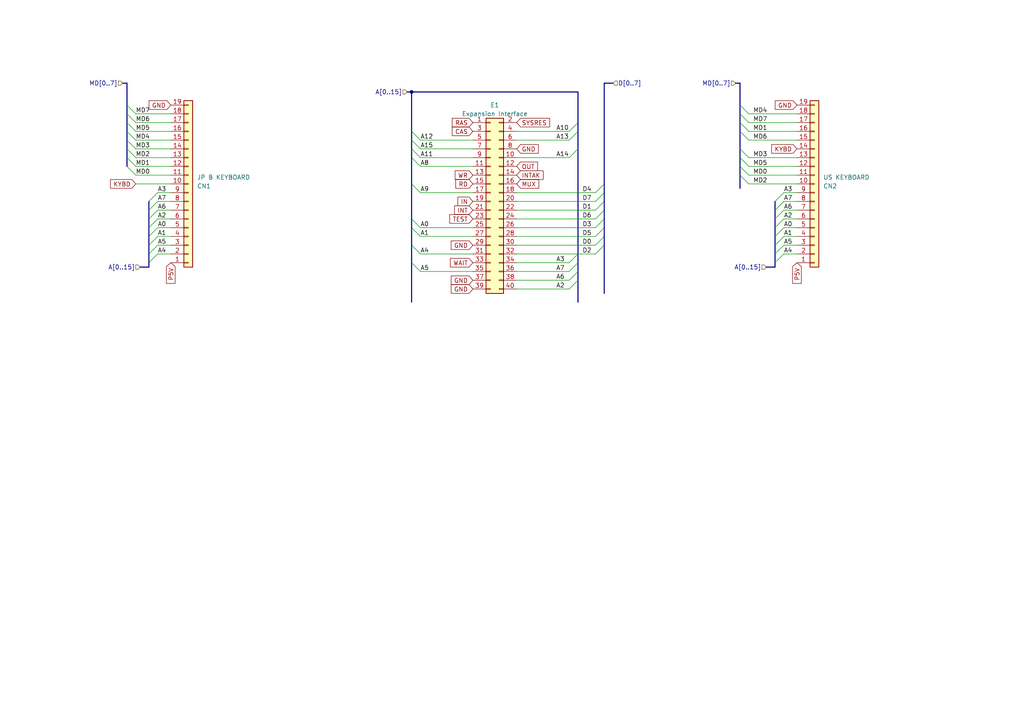
<source format=kicad_sch>
(kicad_sch (version 20221004) (generator eeschema)
  (paper "A4")
  (lib_symbols
    (symbol "Connector_Generic:Conn_01x19" (pin_names (offset 1.016) hide)
      (property "Reference" "J" (at 0 25.4 0))
      (property "Value" "Conn_01x19" (at 0 -25.4 0))
      (symbol "Conn_01x19_1_1"
        (rectangle (start -1.27 -22.733) (end 0 -22.987) (stroke (width 0.1524)))
        (rectangle (start -1.27 -20.193) (end 0 -20.447) (stroke (width 0.1524)))
        (rectangle (start -1.27 -17.653) (end 0 -17.907) (stroke (width 0.1524)))
        (rectangle (start -1.27 -15.113) (end 0 -15.367) (stroke (width 0.1524)))
        (rectangle (start -1.27 -12.573) (end 0 -12.827) (stroke (width 0.1524)))
        (rectangle (start -1.27 -10.033) (end 0 -10.287) (stroke (width 0.1524)))
        (rectangle (start -1.27 -7.493) (end 0 -7.747) (stroke (width 0.1524)))
        (rectangle (start -1.27 -4.953) (end 0 -5.207) (stroke (width 0.1524)))
        (rectangle (start -1.27 -2.413) (end 0 -2.667) (stroke (width 0.1524)))
        (rectangle (start -1.27 0.127) (end 0 -0.127) (stroke (width 0.1524)))
        (rectangle (start -1.27 2.667) (end 0 2.413) (stroke (width 0.1524)))
        (rectangle (start -1.27 5.207) (end 0 4.953) (stroke (width 0.1524)))
        (rectangle (start -1.27 7.747) (end 0 7.493) (stroke (width 0.1524)))
        (rectangle (start -1.27 10.287) (end 0 10.033) (stroke (width 0.1524)))
        (rectangle (start -1.27 12.827) (end 0 12.573) (stroke (width 0.1524)))
        (rectangle (start -1.27 15.367) (end 0 15.113) (stroke (width 0.1524)))
        (rectangle (start -1.27 17.907) (end 0 17.653) (stroke (width 0.1524)))
        (rectangle (start -1.27 20.447) (end 0 20.193) (stroke (width 0.1524)))
        (rectangle (start -1.27 22.987) (end 0 22.733) (stroke (width 0.1524)))
        (rectangle (start -1.27 24.13) (end 1.27 -24.13) (stroke (width 0.254)) (fill (type background)))
        (pin passive line (at -5.08 22.86 0) (length 3.81) (name "Pin_1") (number "1"))
        (pin passive line (at -5.08 0 0) (length 3.81) (name "Pin_10") (number "10"))
        (pin passive line (at -5.08 -2.54 0) (length 3.81) (name "Pin_11") (number "11"))
        (pin passive line (at -5.08 -5.08 0) (length 3.81) (name "Pin_12") (number "12"))
        (pin passive line (at -5.08 -7.62 0) (length 3.81) (name "Pin_13") (number "13"))
        (pin passive line (at -5.08 -10.16 0) (length 3.81) (name "Pin_14") (number "14"))
        (pin passive line (at -5.08 -12.7 0) (length 3.81) (name "Pin_15") (number "15"))
        (pin passive line (at -5.08 -15.24 0) (length 3.81) (name "Pin_16") (number "16"))
        (pin passive line (at -5.08 -17.78 0) (length 3.81) (name "Pin_17") (number "17"))
        (pin passive line (at -5.08 -20.32 0) (length 3.81) (name "Pin_18") (number "18"))
        (pin passive line (at -5.08 -22.86 0) (length 3.81) (name "Pin_19") (number "19"))
        (pin passive line (at -5.08 20.32 0) (length 3.81) (name "Pin_2") (number "2"))
        (pin passive line (at -5.08 17.78 0) (length 3.81) (name "Pin_3") (number "3"))
        (pin passive line (at -5.08 15.24 0) (length 3.81) (name "Pin_4") (number "4"))
        (pin passive line (at -5.08 12.7 0) (length 3.81) (name "Pin_5") (number "5"))
        (pin passive line (at -5.08 10.16 0) (length 3.81) (name "Pin_6") (number "6"))
        (pin passive line (at -5.08 7.62 0) (length 3.81) (name "Pin_7") (number "7"))
        (pin passive line (at -5.08 5.08 0) (length 3.81) (name "Pin_8") (number "8"))
        (pin passive line (at -5.08 2.54 0) (length 3.81) (name "Pin_9") (number "9"))
      )
    )
    (symbol "Connector_Generic:Conn_02x20_Odd_Even" (pin_names (offset 1.016) hide)
      (property "Reference" "J" (at 1.27 25.4 0))
      (property "Value" "Conn_02x20_Odd_Even" (at 1.27 -27.94 0))
      (symbol "Conn_02x20_Odd_Even_1_1"
        (rectangle (start -1.27 -25.273) (end 0 -25.527) (stroke (width 0.1524)))
        (rectangle (start -1.27 -22.733) (end 0 -22.987) (stroke (width 0.1524)))
        (rectangle (start -1.27 -20.193) (end 0 -20.447) (stroke (width 0.1524)))
        (rectangle (start -1.27 -17.653) (end 0 -17.907) (stroke (width 0.1524)))
        (rectangle (start -1.27 -15.113) (end 0 -15.367) (stroke (width 0.1524)))
        (rectangle (start -1.27 -12.573) (end 0 -12.827) (stroke (width 0.1524)))
        (rectangle (start -1.27 -10.033) (end 0 -10.287) (stroke (width 0.1524)))
        (rectangle (start -1.27 -7.493) (end 0 -7.747) (stroke (width 0.1524)))
        (rectangle (start -1.27 -4.953) (end 0 -5.207) (stroke (width 0.1524)))
        (rectangle (start -1.27 -2.413) (end 0 -2.667) (stroke (width 0.1524)))
        (rectangle (start -1.27 0.127) (end 0 -0.127) (stroke (width 0.1524)))
        (rectangle (start -1.27 2.667) (end 0 2.413) (stroke (width 0.1524)))
        (rectangle (start -1.27 5.207) (end 0 4.953) (stroke (width 0.1524)))
        (rectangle (start -1.27 7.747) (end 0 7.493) (stroke (width 0.1524)))
        (rectangle (start -1.27 10.287) (end 0 10.033) (stroke (width 0.1524)))
        (rectangle (start -1.27 12.827) (end 0 12.573) (stroke (width 0.1524)))
        (rectangle (start -1.27 15.367) (end 0 15.113) (stroke (width 0.1524)))
        (rectangle (start -1.27 17.907) (end 0 17.653) (stroke (width 0.1524)))
        (rectangle (start -1.27 20.447) (end 0 20.193) (stroke (width 0.1524)))
        (rectangle (start -1.27 22.987) (end 0 22.733) (stroke (width 0.1524)))
        (rectangle (start -1.27 24.13) (end 3.81 -26.67) (stroke (width 0.254)) (fill (type background)))
        (rectangle (start 3.81 -25.273) (end 2.54 -25.527) (stroke (width 0.1524)))
        (rectangle (start 3.81 -22.733) (end 2.54 -22.987) (stroke (width 0.1524)))
        (rectangle (start 3.81 -20.193) (end 2.54 -20.447) (stroke (width 0.1524)))
        (rectangle (start 3.81 -17.653) (end 2.54 -17.907) (stroke (width 0.1524)))
        (rectangle (start 3.81 -15.113) (end 2.54 -15.367) (stroke (width 0.1524)))
        (rectangle (start 3.81 -12.573) (end 2.54 -12.827) (stroke (width 0.1524)))
        (rectangle (start 3.81 -10.033) (end 2.54 -10.287) (stroke (width 0.1524)))
        (rectangle (start 3.81 -7.493) (end 2.54 -7.747) (stroke (width 0.1524)))
        (rectangle (start 3.81 -4.953) (end 2.54 -5.207) (stroke (width 0.1524)))
        (rectangle (start 3.81 -2.413) (end 2.54 -2.667) (stroke (width 0.1524)))
        (rectangle (start 3.81 0.127) (end 2.54 -0.127) (stroke (width 0.1524)))
        (rectangle (start 3.81 2.667) (end 2.54 2.413) (stroke (width 0.1524)))
        (rectangle (start 3.81 5.207) (end 2.54 4.953) (stroke (width 0.1524)))
        (rectangle (start 3.81 7.747) (end 2.54 7.493) (stroke (width 0.1524)))
        (rectangle (start 3.81 10.287) (end 2.54 10.033) (stroke (width 0.1524)))
        (rectangle (start 3.81 12.827) (end 2.54 12.573) (stroke (width 0.1524)))
        (rectangle (start 3.81 15.367) (end 2.54 15.113) (stroke (width 0.1524)))
        (rectangle (start 3.81 17.907) (end 2.54 17.653) (stroke (width 0.1524)))
        (rectangle (start 3.81 20.447) (end 2.54 20.193) (stroke (width 0.1524)))
        (rectangle (start 3.81 22.987) (end 2.54 22.733) (stroke (width 0.1524)))
        (pin passive line (at -5.08 22.86 0) (length 3.81) (name "Pin_1") (number "1"))
        (pin passive line (at 7.62 12.7 180) (length 3.81) (name "Pin_10") (number "10"))
        (pin passive line (at -5.08 10.16 0) (length 3.81) (name "Pin_11") (number "11"))
        (pin passive line (at 7.62 10.16 180) (length 3.81) (name "Pin_12") (number "12"))
        (pin passive line (at -5.08 7.62 0) (length 3.81) (name "Pin_13") (number "13"))
        (pin passive line (at 7.62 7.62 180) (length 3.81) (name "Pin_14") (number "14"))
        (pin passive line (at -5.08 5.08 0) (length 3.81) (name "Pin_15") (number "15"))
        (pin passive line (at 7.62 5.08 180) (length 3.81) (name "Pin_16") (number "16"))
        (pin passive line (at -5.08 2.54 0) (length 3.81) (name "Pin_17") (number "17"))
        (pin passive line (at 7.62 2.54 180) (length 3.81) (name "Pin_18") (number "18"))
        (pin passive line (at -5.08 0 0) (length 3.81) (name "Pin_19") (number "19"))
        (pin passive line (at 7.62 22.86 180) (length 3.81) (name "Pin_2") (number "2"))
        (pin passive line (at 7.62 0 180) (length 3.81) (name "Pin_20") (number "20"))
        (pin passive line (at -5.08 -2.54 0) (length 3.81) (name "Pin_21") (number "21"))
        (pin passive line (at 7.62 -2.54 180) (length 3.81) (name "Pin_22") (number "22"))
        (pin passive line (at -5.08 -5.08 0) (length 3.81) (name "Pin_23") (number "23"))
        (pin passive line (at 7.62 -5.08 180) (length 3.81) (name "Pin_24") (number "24"))
        (pin passive line (at -5.08 -7.62 0) (length 3.81) (name "Pin_25") (number "25"))
        (pin passive line (at 7.62 -7.62 180) (length 3.81) (name "Pin_26") (number "26"))
        (pin passive line (at -5.08 -10.16 0) (length 3.81) (name "Pin_27") (number "27"))
        (pin passive line (at 7.62 -10.16 180) (length 3.81) (name "Pin_28") (number "28"))
        (pin passive line (at -5.08 -12.7 0) (length 3.81) (name "Pin_29") (number "29"))
        (pin passive line (at -5.08 20.32 0) (length 3.81) (name "Pin_3") (number "3"))
        (pin passive line (at 7.62 -12.7 180) (length 3.81) (name "Pin_30") (number "30"))
        (pin passive line (at -5.08 -15.24 0) (length 3.81) (name "Pin_31") (number "31"))
        (pin passive line (at 7.62 -15.24 180) (length 3.81) (name "Pin_32") (number "32"))
        (pin passive line (at -5.08 -17.78 0) (length 3.81) (name "Pin_33") (number "33"))
        (pin passive line (at 7.62 -17.78 180) (length 3.81) (name "Pin_34") (number "34"))
        (pin passive line (at -5.08 -20.32 0) (length 3.81) (name "Pin_35") (number "35"))
        (pin passive line (at 7.62 -20.32 180) (length 3.81) (name "Pin_36") (number "36"))
        (pin passive line (at -5.08 -22.86 0) (length 3.81) (name "Pin_37") (number "37"))
        (pin passive line (at 7.62 -22.86 180) (length 3.81) (name "Pin_38") (number "38"))
        (pin passive line (at -5.08 -25.4 0) (length 3.81) (name "Pin_39") (number "39"))
        (pin passive line (at 7.62 20.32 180) (length 3.81) (name "Pin_4") (number "4"))
        (pin passive line (at 7.62 -25.4 180) (length 3.81) (name "Pin_40") (number "40"))
        (pin passive line (at -5.08 17.78 0) (length 3.81) (name "Pin_5") (number "5"))
        (pin passive line (at 7.62 17.78 180) (length 3.81) (name "Pin_6") (number "6"))
        (pin passive line (at -5.08 15.24 0) (length 3.81) (name "Pin_7") (number "7"))
        (pin passive line (at 7.62 15.24 180) (length 3.81) (name "Pin_8") (number "8"))
        (pin passive line (at -5.08 12.7 0) (length 3.81) (name "Pin_9") (number "9"))
      )
    )
  )
  (junction (at 119.38 26.67))
  (bus_entry (at 43.18 73.66) (size 2.54 -2.54))
  (bus_entry (at 214.63 35.56) (size 2.54 2.54))
  (bus_entry (at 36.83 30.48) (size 2.54 2.54))
  (bus_entry (at 36.83 35.56) (size 2.54 2.54))
  (bus_entry (at 224.79 58.42) (size 2.54 -2.54))
  (bus_entry (at 224.79 60.96) (size 2.54 -2.54))
  (bus_entry (at 36.83 33.02) (size 2.54 2.54))
  (bus_entry (at 214.63 30.48) (size 2.54 2.54))
  (bus_entry (at 36.83 48.26) (size 2.54 2.54))
  (bus_entry (at 214.63 50.8) (size 2.54 2.54))
  (bus_entry (at 43.18 68.58) (size 2.54 -2.54))
  (bus_entry (at 224.79 66.04) (size 2.54 -2.54))
  (bus_entry (at 43.18 76.2) (size 2.54 -2.54))
  (bus_entry (at 43.18 63.5) (size 2.54 -2.54))
  (bus_entry (at 214.63 45.72) (size 2.54 2.54))
  (bus_entry (at 43.18 66.04) (size 2.54 -2.54))
  (bus_entry (at 36.83 45.72) (size 2.54 2.54))
  (bus_entry (at 224.79 63.5) (size 2.54 -2.54))
  (bus_entry (at 214.63 48.26) (size 2.54 2.54))
  (bus_entry (at 214.63 43.18) (size 2.54 2.54))
  (bus_entry (at 36.83 43.18) (size 2.54 2.54))
  (bus_entry (at 214.63 38.1) (size 2.54 2.54))
  (bus_entry (at 214.63 33.02) (size 2.54 2.54))
  (bus_entry (at 43.18 71.12) (size 2.54 -2.54))
  (bus_entry (at 43.18 60.96) (size 2.54 -2.54))
  (bus_entry (at 224.79 73.66) (size 2.54 -2.54))
  (bus_entry (at 224.79 71.12) (size 2.54 -2.54))
  (bus_entry (at 172.72 73.66) (size 2.54 -2.54))
  (bus_entry (at 172.72 66.04) (size 2.54 -2.54))
  (bus_entry (at 172.72 68.58) (size 2.54 -2.54))
  (bus_entry (at 172.72 71.12) (size 2.54 -2.54))
  (bus_entry (at 172.72 55.88) (size 2.54 -2.54))
  (bus_entry (at 172.72 58.42) (size 2.54 -2.54))
  (bus_entry (at 172.72 60.96) (size 2.54 -2.54))
  (bus_entry (at 172.72 63.5) (size 2.54 -2.54))
  (bus_entry (at 36.83 40.64) (size 2.54 2.54))
  (bus_entry (at 224.79 76.2) (size 2.54 -2.54))
  (bus_entry (at 224.79 68.58) (size 2.54 -2.54))
  (bus_entry (at 36.83 38.1) (size 2.54 2.54))
  (bus_entry (at 43.18 58.42) (size 2.54 -2.54))
  (bus_entry (at 165.1 83.82) (size 2.54 -2.54))
  (bus_entry (at 165.1 76.2) (size 2.54 -2.54))
  (bus_entry (at 165.1 78.74) (size 2.54 -2.54))
  (bus_entry (at 165.1 81.28) (size 2.54 -2.54))
  (bus_entry (at 165.1 45.72) (size 2.54 -2.54))
  (bus_entry (at 165.1 38.1) (size 2.54 -2.54))
  (bus_entry (at 119.38 76.2) (size 2.54 2.54))
  (bus_entry (at 165.1 40.64) (size 2.54 -2.54))
  (bus_entry (at 119.38 63.5) (size 2.54 2.54))
  (bus_entry (at 119.38 53.34) (size 2.54 2.54))
  (bus_entry (at 119.38 38.1) (size 2.54 2.54))
  (bus_entry (at 119.38 40.64) (size 2.54 2.54))
  (bus_entry (at 119.38 66.04) (size 2.54 2.54))
  (bus_entry (at 119.38 71.12) (size 2.54 2.54))
  (bus_entry (at 119.38 43.18) (size 2.54 2.54))
  (bus_entry (at 119.38 45.72) (size 2.54 2.54))
  (wire (pts (xy 39.37 35.56) (xy 49.53 35.56)))
  (wire (pts (xy 149.86 78.74) (xy 165.1 78.74)))
  (bus (pts (xy 167.64 43.18) (xy 167.64 73.66)))
  (bus (pts (xy 224.79 68.58) (xy 224.79 71.12)))
  (bus (pts (xy 214.63 30.48) (xy 214.63 33.02)))
  (bus (pts (xy 224.79 76.2) (xy 224.79 77.47)))
  (bus (pts (xy 40.64 77.47) (xy 43.18 77.47)))
  (wire (pts (xy 149.86 55.88) (xy 172.72 55.88)))
  (bus (pts (xy 119.38 71.12) (xy 119.38 76.2)))
  (bus (pts (xy 119.38 26.67) (xy 167.64 26.67)))
  (wire (pts (xy 149.86 45.72) (xy 165.1 45.72)))
  (wire (pts (xy 121.92 73.66) (xy 137.16 73.66)))
  (bus (pts (xy 214.63 45.72) (xy 214.63 48.26)))
  (wire (pts (xy 149.86 83.82) (xy 165.1 83.82)))
  (wire (pts (xy 39.37 43.18) (xy 49.53 43.18)))
  (bus (pts (xy 175.26 68.58) (xy 175.26 71.12)))
  (bus (pts (xy 167.64 76.2) (xy 167.64 78.74)))
  (bus (pts (xy 36.83 45.72) (xy 36.83 48.26)))
  (wire (pts (xy 39.37 40.64) (xy 49.53 40.64)))
  (bus (pts (xy 214.63 48.26) (xy 214.63 50.8)))
  (wire (pts (xy 217.17 53.34) (xy 231.14 53.34)))
  (wire (pts (xy 217.17 48.26) (xy 231.14 48.26)))
  (bus (pts (xy 224.79 58.42) (xy 224.79 60.96)))
  (bus (pts (xy 118.11 26.67) (xy 119.38 26.67)))
  (wire (pts (xy 121.92 78.74) (xy 137.16 78.74)))
  (bus (pts (xy 224.79 60.96) (xy 224.79 63.5)))
  (wire (pts (xy 39.37 38.1) (xy 49.53 38.1)))
  (bus (pts (xy 224.79 71.12) (xy 224.79 73.66)))
  (wire (pts (xy 217.17 50.8) (xy 231.14 50.8)))
  (wire (pts (xy 39.37 50.8) (xy 49.53 50.8)))
  (wire (pts (xy 167.64 73.66) (xy 172.72 73.66)))
  (bus (pts (xy 119.38 45.72) (xy 119.38 53.34)))
  (wire (pts (xy 39.37 48.26) (xy 49.53 48.26)))
  (wire (pts (xy 227.33 68.58) (xy 231.14 68.58)))
  (wire (pts (xy 149.86 58.42) (xy 172.72 58.42)))
  (bus (pts (xy 175.26 60.96) (xy 175.26 63.5)))
  (bus (pts (xy 119.38 38.1) (xy 119.38 40.64)))
  (wire (pts (xy 217.17 33.02) (xy 231.14 33.02)))
  (bus (pts (xy 222.25 77.47) (xy 224.79 77.47)))
  (bus (pts (xy 224.79 63.5) (xy 224.79 66.04)))
  (bus (pts (xy 175.26 58.42) (xy 175.26 60.96)))
  (bus (pts (xy 167.64 26.67) (xy 167.64 35.56)))
  (wire (pts (xy 45.72 73.66) (xy 49.53 73.66)))
  (bus (pts (xy 43.18 60.96) (xy 43.18 63.5)))
  (wire (pts (xy 149.86 60.96) (xy 172.72 60.96)))
  (bus (pts (xy 224.79 73.66) (xy 224.79 76.2)))
  (bus (pts (xy 36.83 38.1) (xy 36.83 40.64)))
  (wire (pts (xy 227.33 73.66) (xy 231.14 73.66)))
  (wire (pts (xy 45.72 71.12) (xy 49.53 71.12)))
  (bus (pts (xy 167.64 78.74) (xy 167.64 81.28)))
  (wire (pts (xy 149.86 73.66) (xy 167.64 73.66)))
  (bus (pts (xy 35.56 24.13) (xy 36.83 24.13)))
  (wire (pts (xy 39.37 45.72) (xy 49.53 45.72)))
  (bus (pts (xy 214.63 50.8) (xy 214.63 54.61)))
  (wire (pts (xy 45.72 58.42) (xy 49.53 58.42)))
  (wire (pts (xy 39.37 53.34) (xy 49.53 53.34)))
  (bus (pts (xy 214.63 38.1) (xy 214.63 43.18)))
  (bus (pts (xy 214.63 24.13) (xy 214.63 30.48)))
  (wire (pts (xy 217.17 45.72) (xy 231.14 45.72)))
  (wire (pts (xy 39.37 33.02) (xy 49.53 33.02)))
  (bus (pts (xy 43.18 76.2) (xy 43.18 77.47)))
  (wire (pts (xy 227.33 71.12) (xy 231.14 71.12)))
  (wire (pts (xy 217.17 40.64) (xy 231.14 40.64)))
  (bus (pts (xy 175.26 53.34) (xy 175.26 55.88)))
  (wire (pts (xy 45.72 55.88) (xy 49.53 55.88)))
  (wire (pts (xy 45.72 66.04) (xy 49.53 66.04)))
  (bus (pts (xy 175.26 66.04) (xy 175.26 68.58)))
  (bus (pts (xy 224.79 66.04) (xy 224.79 68.58)))
  (bus (pts (xy 36.83 43.18) (xy 36.83 45.72)))
  (wire (pts (xy 45.72 60.96) (xy 49.53 60.96)))
  (wire (pts (xy 45.72 68.58) (xy 49.53 68.58)))
  (bus (pts (xy 119.38 26.67) (xy 119.38 38.1)))
  (bus (pts (xy 119.38 63.5) (xy 119.38 66.04)))
  (wire (pts (xy 149.86 40.64) (xy 165.1 40.64)))
  (bus (pts (xy 119.38 76.2) (xy 119.38 87.63)))
  (wire (pts (xy 227.33 55.88) (xy 231.14 55.88)))
  (bus (pts (xy 175.26 24.13) (xy 175.26 53.34)))
  (wire (pts (xy 149.86 81.28) (xy 165.1 81.28)))
  (bus (pts (xy 119.38 40.64) (xy 119.38 43.18)))
  (wire (pts (xy 121.92 43.18) (xy 137.16 43.18)))
  (bus (pts (xy 36.83 24.13) (xy 36.83 30.48)))
  (wire (pts (xy 149.86 76.2) (xy 165.1 76.2)))
  (wire (pts (xy 227.33 60.96) (xy 231.14 60.96)))
  (bus (pts (xy 214.63 33.02) (xy 214.63 35.56)))
  (bus (pts (xy 43.18 66.04) (xy 43.18 68.58)))
  (bus (pts (xy 43.18 71.12) (xy 43.18 73.66)))
  (wire (pts (xy 149.86 38.1) (xy 165.1 38.1)))
  (bus (pts (xy 213.36 24.13) (xy 214.63 24.13)))
  (wire (pts (xy 149.86 71.12) (xy 172.72 71.12)))
  (wire (pts (xy 149.86 63.5) (xy 172.72 63.5)))
  (bus (pts (xy 43.18 63.5) (xy 43.18 66.04)))
  (bus (pts (xy 36.83 35.56) (xy 36.83 38.1)))
  (bus (pts (xy 119.38 66.04) (xy 119.38 71.12)))
  (wire (pts (xy 227.33 63.5) (xy 231.14 63.5)))
  (bus (pts (xy 167.64 38.1) (xy 167.64 43.18)))
  (wire (pts (xy 121.92 66.04) (xy 137.16 66.04)))
  (wire (pts (xy 217.17 38.1) (xy 231.14 38.1)))
  (bus (pts (xy 167.64 35.56) (xy 167.64 38.1)))
  (bus (pts (xy 175.26 71.12) (xy 175.26 85.09)))
  (wire (pts (xy 121.92 40.64) (xy 137.16 40.64)))
  (bus (pts (xy 43.18 58.42) (xy 43.18 60.96)))
  (bus (pts (xy 214.63 43.18) (xy 214.63 45.72)))
  (wire (pts (xy 217.17 35.56) (xy 231.14 35.56)))
  (wire (pts (xy 149.86 68.58) (xy 172.72 68.58)))
  (bus (pts (xy 167.64 73.66) (xy 167.64 76.2)))
  (bus (pts (xy 119.38 53.34) (xy 119.38 63.5)))
  (bus (pts (xy 43.18 73.66) (xy 43.18 76.2)))
  (wire (pts (xy 121.92 55.88) (xy 137.16 55.88)))
  (bus (pts (xy 43.18 68.58) (xy 43.18 71.12)))
  (wire (pts (xy 149.86 66.04) (xy 172.72 66.04)))
  (bus (pts (xy 167.64 81.28) (xy 167.64 87.63)))
  (wire (pts (xy 121.92 45.72) (xy 137.16 45.72)))
  (wire (pts (xy 121.92 48.26) (xy 137.16 48.26)))
  (bus (pts (xy 119.38 43.18) (xy 119.38 45.72)))
  (bus (pts (xy 214.63 35.56) (xy 214.63 38.1)))
  (bus (pts (xy 175.26 55.88) (xy 175.26 58.42)))
  (wire (pts (xy 45.72 63.5) (xy 49.53 63.5)))
  (bus (pts (xy 36.83 30.48) (xy 36.83 33.02)))
  (bus (pts (xy 175.26 63.5) (xy 175.26 66.04)))
  (bus (pts (xy 36.83 40.64) (xy 36.83 43.18)))
  (wire (pts (xy 227.33 66.04) (xy 231.14 66.04)))
  (bus (pts (xy 177.8 24.13) (xy 175.26 24.13)))
  (wire (pts (xy 121.92 68.58) (xy 137.16 68.58)))
  (bus (pts (xy 36.83 33.02) (xy 36.83 35.56)))
  (wire (pts (xy 227.33 58.42) (xy 231.14 58.42)))
  (label "A1" (at 45.72 68.58 0))
  (label "A6" (at 45.72 60.96 0))
  (label "MD7" (at 218.44 35.56 0))
  (label "MD2" (at 39.37 45.72 0))
  (label "MD1" (at 39.37 48.26 0))
  (label "MD5" (at 218.44 48.26 0))
  (label "A5" (at 227.33 71.12 0))
  (label "D3" (at 168.91 66.04 0))
  (label "A4" (at 121.92 73.66 0))
  (label "MD0" (at 39.37 50.8 0))
  (label "A0" (at 45.72 66.04 0))
  (label "A3" (at 161.29 76.2 0))
  (label "A5" (at 45.72 71.12 0))
  (label "MD2" (at 218.44 53.34 0))
  (label "A0" (at 121.92 66.04 0))
  (label "A15" (at 121.92 43.18 0))
  (label "A7" (at 227.33 58.42 0))
  (label "D6" (at 168.91 63.5 0))
  (label "A3" (at 227.33 55.88 0))
  (label "A10" (at 161.29 38.1 0))
  (label "A6" (at 227.33 60.96 0))
  (label "A13" (at 161.29 40.64 0))
  (label "MD1" (at 218.44 38.1 0))
  (label "A1" (at 227.33 68.58 0))
  (label "MD3" (at 39.37 43.18 0))
  (label "D1" (at 168.91 60.96 0))
  (label "A2" (at 45.72 63.5 0))
  (label "A11" (at 121.92 45.72 0))
  (label "A8" (at 121.92 48.26 0))
  (label "A3" (at 45.72 55.88 0))
  (label "A4" (at 45.72 73.66 0))
  (label "D7" (at 168.91 58.42 0))
  (label "A0" (at 227.33 66.04 0))
  (label "MD6" (at 39.37 35.56 0))
  (label "A5" (at 121.92 78.74 0))
  (label "MD7" (at 39.37 33.02 0))
  (label "D2" (at 168.91 73.66 0))
  (label "MD4" (at 218.44 33.02 0))
  (label "MD3" (at 218.44 45.72 0))
  (label "D4" (at 168.91 55.88 0))
  (label "A4" (at 227.33 73.66 0))
  (label "A14" (at 161.29 45.72 0))
  (label "A6" (at 161.29 81.28 0))
  (label "A9" (at 121.92 55.88 0))
  (label "MD0" (at 218.44 50.8 0))
  (label "MD5" (at 39.37 38.1 0))
  (label "A2" (at 161.29 83.82 0))
  (label "D5" (at 168.91 68.58 0))
  (label "MD6" (at 218.44 40.64 0))
  (label "A2" (at 227.33 63.5 0))
  (label "A7" (at 45.72 58.42 0))
  (label "A1" (at 121.92 68.58 0))
  (label "A7" (at 161.29 78.74 0))
  (label "A12" (at 121.92 40.64 0))
  (label "D0" (at 168.91 71.12 0))
  (label "MD4" (at 39.37 40.64 0))
  (global_label "MUX" (shape input) (at 149.86 53.34 0) (property "Intersheetrefs" "${INTERSHEET_REFS}" (effects hide)))
  (global_label "SYSRES" (shape input) (at 149.86 35.56 0) (property "Intersheetrefs" "${INTERSHEET_REFS}" (effects hide)))
  (global_label "TEST" (shape input) (at 137.16 63.5 180) (property "Intersheetrefs" "${INTERSHEET_REFS}" (effects hide)))
  (global_label "WR" (shape input) (at 137.16 50.8 180) (property "Intersheetrefs" "${INTERSHEET_REFS}" (effects hide)))
  (global_label "GND" (shape input) (at 137.16 71.12 180) (property "Intersheetrefs" "${INTERSHEET_REFS}" (effects hide)))
  (global_label "P5V" (shape input) (at 49.53 76.2 270) (property "Intersheetrefs" "${INTERSHEET_REFS}" (effects hide)))
  (global_label "OUT" (shape input) (at 149.86 48.26 0) (property "Intersheetrefs" "${INTERSHEET_REFS}" (effects hide)))
  (global_label "GND" (shape input) (at 137.16 83.82 180) (property "Intersheetrefs" "${INTERSHEET_REFS}" (effects hide)))
  (global_label "CAS" (shape input) (at 137.16 38.1 180) (property "Intersheetrefs" "${INTERSHEET_REFS}" (effects hide)))
  (global_label "GND" (shape input) (at 49.53 30.48 180) (property "Intersheetrefs" "${INTERSHEET_REFS}" (effects hide)))
  (global_label "RAS" (shape input) (at 137.16 35.56 180) (property "Intersheetrefs" "${INTERSHEET_REFS}" (effects hide)))
  (global_label "KYBD" (shape input) (at 231.14 43.18 180) (property "Intersheetrefs" "${INTERSHEET_REFS}" (effects hide)))
  (global_label "GND" (shape input) (at 231.14 30.48 180) (property "Intersheetrefs" "${INTERSHEET_REFS}" (effects hide)))
  (global_label "KYBD" (shape input) (at 39.37 53.34 180) (property "Intersheetrefs" "${INTERSHEET_REFS}" (effects hide)))
  (global_label "WAIT" (shape input) (at 137.16 76.2 180) (property "Intersheetrefs" "${INTERSHEET_REFS}" (effects hide)))
  (global_label "RD" (shape input) (at 137.16 53.34 180) (property "Intersheetrefs" "${INTERSHEET_REFS}" (effects hide)))
  (global_label "INT" (shape input) (at 137.16 60.96 180) (property "Intersheetrefs" "${INTERSHEET_REFS}" (effects hide)))
  (global_label "IN" (shape input) (at 137.16 58.42 180) (property "Intersheetrefs" "${INTERSHEET_REFS}" (effects hide)))
  (global_label "GND" (shape input) (at 137.16 81.28 180) (property "Intersheetrefs" "${INTERSHEET_REFS}" (effects hide)))
  (global_label "P5V" (shape input) (at 231.14 76.2 270) (property "Intersheetrefs" "${INTERSHEET_REFS}" (effects hide)))
  (global_label "GND" (shape input) (at 149.86 43.18 0) (property "Intersheetrefs" "${INTERSHEET_REFS}" (effects hide)))
  (global_label "INTAK" (shape input) (at 149.86 50.8 0) (property "Intersheetrefs" "${INTERSHEET_REFS}" (effects hide)))
  (hierarchical_label "MD[0..7]" (shape input) (at 35.56 24.13 180))
  (hierarchical_label "A[0..15]" (shape input) (at 40.64 77.47 180))
  (hierarchical_label "A[0..15]" (shape input) (at 222.25 77.47 180))
  (hierarchical_label "MD[0..7]" (shape input) (at 213.36 24.13 180))
  (hierarchical_label "A[0..15]" (shape input) (at 118.11 26.67 180))
  (hierarchical_label "D[0..7]" (shape input) (at 177.8 24.13 0))
  (symbol (lib_id "Connector_Generic:Conn_01x19") (at 54.61 53.34 0) (mirror x) (unit 1)
    (property "Reference" "CN1" (at 57.15 53.975 0) (effects (justify left)))
    (property "Value" "JP B KEYBOARD" (at 57.15 51.435 0) (effects (justify left)))
    (property "Footprint" "TRS80:Keyboard JP" (effects hide))
  )
  (symbol (lib_id "Connector_Generic:Conn_02x20_Odd_Even") (at 142.24 58.42 0) (unit 1)
    (property "Reference" "E1" (at 143.51 30.48 0))
    (property "Value" "Expansion Interface" (at 143.51 33.02 0))
    (property "Footprint" "TRS80IJP:TRS80IEdgeConnector" (effects hide))
  )
  (symbol (lib_id "Connector_Generic:Conn_01x19") (at 236.22 53.34 0) (mirror x) (unit 1)
    (property "Reference" "CN2" (at 238.76 53.975 0) (effects (justify left)))
    (property "Value" "US KEYBOARD" (at 238.76 51.435 0) (effects (justify left)))
    (property "Footprint" "TRS80:Keyboard JP" (effects hide))
  )
)
</source>
